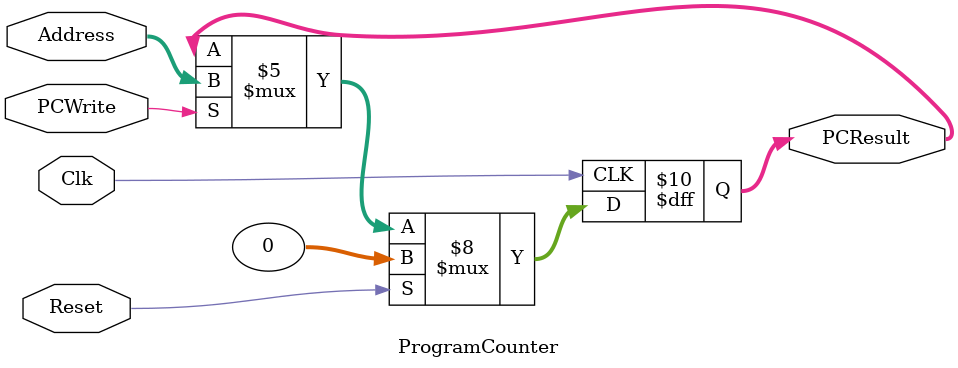
<source format=v>
`timescale 1ns / 1ps


module ProgramCounter(Address, PCResult, PCWrite, Reset, Clk);

	input [31:0] Address;
	input Reset, Clk, PCWrite;

	output reg [31:0] PCResult;
initial begin
PCResult <= 32'h0;
end 
    /* Please fill in the implementation here... */
    always @(negedge Clk) begin
        if (Reset == 1 ) begin
            PCResult <= 0;
         end
        else begin
            if(PCWrite==1) begin
                PCResult <= Address;
                end
             end
        end

endmodule


</source>
